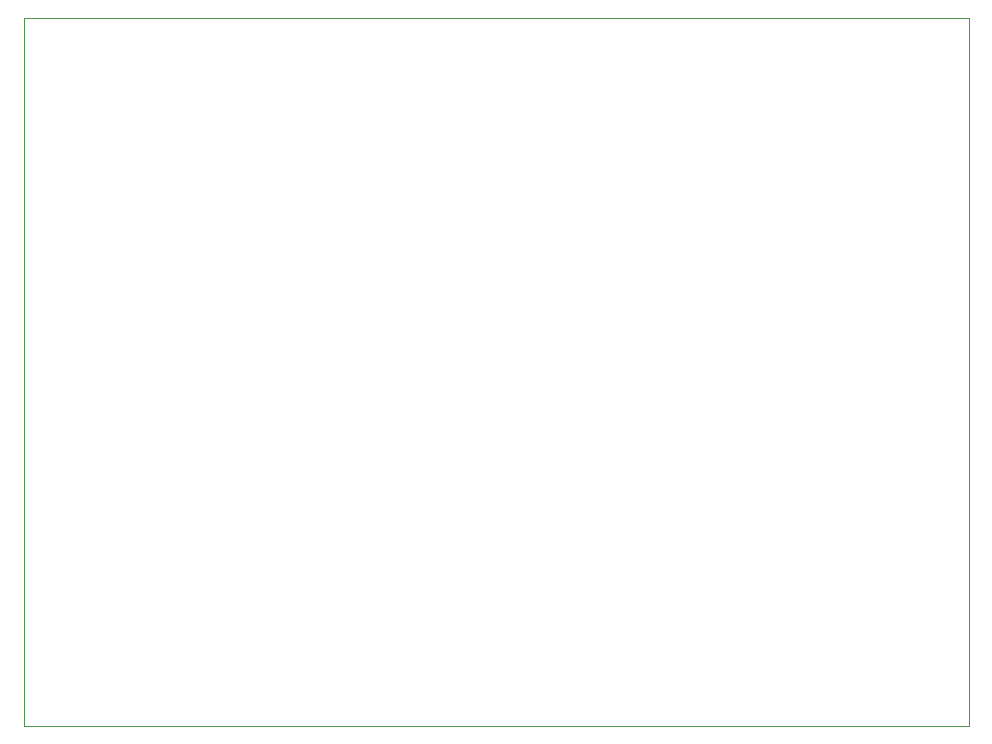
<source format=gbr>
%FSLAX34Y34*%
%MOMM*%
%LNOUTLINE*%
G71*
G01*
%ADD10C,0.002*%
%LPD*%
G54D10*
X0Y600000D02*
X800000Y600000D01*
X800000Y0D01*
X0Y0D01*
X0Y600000D01*
M02*

</source>
